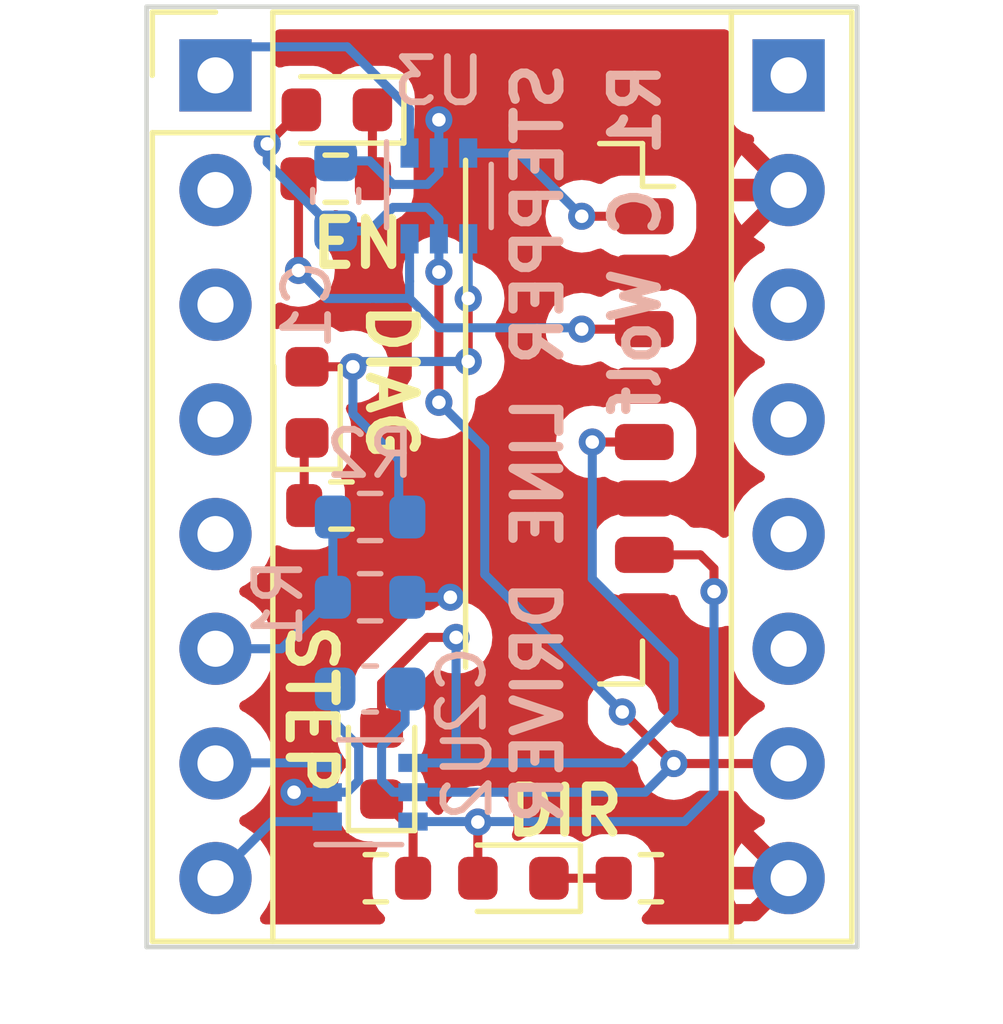
<source format=kicad_pcb>
(kicad_pcb (version 20221018) (generator pcbnew)
  (layers (0 "F.Cu" signal) (31 "B.Cu" signal) (34 "B.Paste" user) (35 "F.Paste" user) (36 "B.SilkS" user "B.Silkscreen") (37 "F.SilkS" user "F.Silkscreen") (38 "B.Mask" user) (39 "F.Mask" user) (44 "Edge.Cuts" user))
  (net 0 "")
  (net 1 "+5V")
  (net 2 "GND")
  (net 3 "Net-(D1-K)")
  (net 4 "Net-(D2-K)")
  (net 5 "Net-(D3-K)")
  (net 6 "Net-(D4-K)")
  (net 7 "Net-(D4-A)")
  (net 8 "/\\ENABLE")
  (net 13 "/DIAG")
  (net 14 "/STEP")
  (net 15 "/DIR")
  (net 21 "/B-STEP")
  (net 22 "/B-DIR")
  (net 23 "/B-ENABLE")
  (net 24 "/B-DIAG")
  (footprint "LED_SMD:LED_0603_1608Metric" (layer "F.Cu") (at 34.5695 -139.7 180)
    (fp_text reference "D1" hide)
    (fp_text value "LED")
    (fp_line (start -1.485 -0.735) (end -1.485 0.735) (stroke (width 0.12)) (layer "F.SilkS"))
    (fp_line (start -1.485 0.735) (end 0.8 0.735) (stroke (width 0.12)) (layer "F.SilkS"))
    (fp_line (start 0.8 -0.735) (end -1.485 -0.735) (stroke (width 0.12)) (layer "F.SilkS"))
    (pad "1" smd roundrect (at -0.7875 0 180) (size 0.875 0.95) (layers "F.Cu" "F.Paste" "F.Mask") (net 3 "Net-(D1-K)"))
    (pad "2" smd roundrect (at 0.7875 0 180) (size 0.875 0.95) (layers "F.Cu" "F.Paste" "F.Mask") (net 1 "+5V"))
  )
  (footprint "custom:BTT_TMC2209_Module" (layer "F.Cu") (at 31.88 -140.465)
    (fp_text reference "A1" hide)
    (fp_text value "TMC2209 Stepper Driver PCB")
    (fp_line (start -1.4 -1.4) (end -1.4 0) (stroke (width 0.12)) (layer "F.SilkS"))
    (fp_line (start -1.4 1.27) (end -1.4 19.18) (stroke (width 0.12)) (layer "F.SilkS"))
    (fp_line (start -1.4 19.18) (end 14.1 19.18) (stroke (width 0.12)) (layer "F.SilkS"))
    (fp_line (start 0 -1.4) (end -1.4 -1.4) (stroke (width 0.12)) (layer "F.SilkS"))
    (fp_line (start 1.27 -1.4) (end 1.27 1.27) (stroke (width 0.12)) (layer "F.SilkS"))
    (fp_line (start 1.27 1.27) (end -1.4 1.27) (stroke (width 0.12)) (layer "F.SilkS"))
    (fp_line (start 1.27 1.27) (end 1.27 19.18) (stroke (width 0.12)) (layer "F.SilkS"))
    (fp_line (start 11.43 -1.4) (end 11.43 19.18) (stroke (width 0.12)) (layer "F.SilkS"))
    (fp_line (start 14.1 -1.4) (end 1.27 -1.4) (stroke (width 0.12)) (layer "F.SilkS"))
    (fp_line (start 14.1 19.18) (end 14.1 -1.4) (stroke (width 0.12)) (layer "F.SilkS"))
    (pad "J1-1" thru_hole rect locked (at 0 0) (size 1.6 1.6) (drill 0.8) (layers "*.Cu" "*.Mask") (net 8 "/\\ENABLE"))
    (pad "J1-2" thru_hole oval locked (at 0 2.54) (size 1.6 1.6) (drill 0.8) (layers "*.Cu" "*.Mask"))
    (pad "J1-3" thru_hole oval locked (at 0 5.08) (size 1.6 1.6) (drill 0.8) (layers "*.Cu" "*.Mask"))
    (pad "J1-4" thru_hole oval locked (at 0 7.62) (size 1.6 1.6) (drill 0.8) (layers "*.Cu" "*.Mask"))
    (pad "J1-5" thru_hole oval locked (at 0 10.16) (size 1.6 1.6) (drill 0.8) (layers "*.Cu" "*.Mask"))
    (pad "J1-6" thru_hole oval locked (at 0 12.7) (size 1.6 1.6) (drill 0.8) (layers "*.Cu" "*.Mask") (net 13 "/DIAG"))
    (pad "J1-7" thru_hole oval locked (at 0 15.24) (size 1.6 1.6) (drill 0.8) (layers "*.Cu" "*.Mask") (net 14 "/STEP"))
    (pad "J1-8" thru_hole oval locked (at 0 17.78) (size 1.6 1.6) (drill 0.8) (layers "*.Cu" "*.Mask") (net 15 "/DIR"))
    (pad "J2-1" thru_hole rect locked (at 12.7 0) (size 1.6 1.6) (drill 0.8) (layers "*.Cu" "*.Mask"))
    (pad "J2-2" thru_hole oval locked (at 12.7 2.54) (size 1.6 1.6) (drill 0.8) (layers "*.Cu" "*.Mask") (net 2 "GND"))
    (pad "J2-3" thru_hole oval locked (at 12.7 5.08) (size 1.6 1.6) (drill 0.8) (layers "*.Cu" "*.Mask"))
    (pad "J2-4" thru_hole oval locked (at 12.7 7.62) (size 1.6 1.6) (drill 0.8) (layers "*.Cu" "*.Mask"))
    (pad "J2-5" thru_hole oval locked (at 12.7 10.16) (size 1.6 1.6) (drill 0.8) (layers "*.Cu" "*.Mask"))
    (pad "J2-6" thru_hole oval locked (at 12.7 12.7) (size 1.6 1.6) (drill 0.8) (layers "*.Cu" "*.Mask"))
    (pad "J2-7" thru_hole oval locked (at 12.7 15.24) (size 1.6 1.6) (drill 0.8) (layers "*.Cu" "*.Mask") (net 1 "+5V"))
    (pad "J2-8" thru_hole oval locked (at 12.7 17.78) (size 1.6 1.6) (drill 0.8) (layers "*.Cu" "*.Mask") (net 2 "GND"))
  )
  (footprint "Resistor_SMD:R_0603_1608Metric" (layer "F.Cu") (at 41.529 -122.682 180)
    (fp_text reference "R5" hide)
    (fp_text value "R")
    (fp_line (start -0.237258 -0.5225) (end 0.237258 -0.5225) (stroke (width 0.12)) (layer "F.SilkS"))
    (fp_line (start -0.237258 0.5225) (end 0.237258 0.5225) (stroke (width 0.12)) (layer "F.SilkS"))
    (pad "1" smd roundrect (at -0.825 0 180) (size 0.8 0.95) (layers "F.Cu" "F.Paste" "F.Mask") (net 2 "GND"))
    (pad "2" smd roundrect (at 0.825 0 180) (size 0.8 0.95) (layers "F.Cu" "F.Paste" "F.Mask") (net 5 "Net-(D3-K)"))
  )
  (footprint "LED_SMD:LED_0603_1608Metric" (layer "F.Cu") (at 35.56 -125.222 90)
    (fp_text reference "D2" hide)
    (fp_text value "LED")
    (fp_line (start -1.485 -0.735) (end -1.485 0.735) (stroke (width 0.12)) (layer "F.SilkS"))
    (fp_line (start -1.485 0.735) (end 0.8 0.735) (stroke (width 0.12)) (layer "F.SilkS"))
    (fp_line (start 0.8 -0.735) (end -1.485 -0.735) (stroke (width 0.12)) (layer "F.SilkS"))
    (pad "1" smd roundrect (at -0.7875 0 90) (size 0.875 0.95) (layers "F.Cu" "F.Paste" "F.Mask") (net 4 "Net-(D2-K)"))
    (pad "2" smd roundrect (at 0.7875 0 90) (size 0.875 0.95) (layers "F.Cu" "F.Paste" "F.Mask") (net 21 "/B-STEP"))
  )
  (footprint "Resistor_SMD:R_0603_1608Metric" (layer "F.Cu") (at 35.433 -122.682)
    (fp_text reference "R4" hide)
    (fp_text value "R")
    (fp_line (start -0.237258 -0.5225) (end 0.237258 -0.5225) (stroke (width 0.12)) (layer "F.SilkS"))
    (fp_line (start -0.237258 0.5225) (end 0.237258 0.5225) (stroke (width 0.12)) (layer "F.SilkS"))
    (pad "1" smd roundrect (at -0.825 0) (size 0.8 0.95) (layers "F.Cu" "F.Paste" "F.Mask") (net 2 "GND"))
    (pad "2" smd roundrect (at 0.825 0) (size 0.8 0.95) (layers "F.Cu" "F.Paste" "F.Mask") (net 4 "Net-(D2-K)"))
  )
  (footprint "Resistor_SMD:R_0603_1608Metric" (layer "F.Cu") (at 34.671 -130.937 180)
    (fp_text reference "R6" hide)
    (fp_text value "R")
    (fp_line (start -0.237258 -0.5225) (end 0.237258 -0.5225) (stroke (width 0.12)) (layer "F.SilkS"))
    (fp_line (start -0.237258 0.5225) (end 0.237258 0.5225) (stroke (width 0.12)) (layer "F.SilkS"))
    (pad "1" smd roundrect (at -0.825 0 180) (size 0.8 0.95) (layers "F.Cu" "F.Paste" "F.Mask") (net 2 "GND"))
    (pad "2" smd roundrect (at 0.825 0 180) (size 0.8 0.95) (layers "F.Cu" "F.Paste" "F.Mask") (net 6 "Net-(D4-K)"))
  )
  (footprint "Resistor_SMD:R_0603_1608Metric" (layer "F.Cu") (at 34.544 -138.176)
    (fp_text reference "R3" hide)
    (fp_text value "R")
    (fp_line (start -0.237258 -0.5225) (end 0.237258 -0.5225) (stroke (width 0.12)) (layer "F.SilkS"))
    (fp_line (start -0.237258 0.5225) (end 0.237258 0.5225) (stroke (width 0.12)) (layer "F.SilkS"))
    (pad "1" smd roundrect (at -0.825 0) (size 0.8 0.95) (layers "F.Cu" "F.Paste" "F.Mask") (net 23 "/B-ENABLE"))
    (pad "2" smd roundrect (at 0.825 0) (size 0.8 0.95) (layers "F.Cu" "F.Paste" "F.Mask") (net 3 "Net-(D1-K)"))
  )
  (footprint "Connector_Molex:Molex_PicoBlade_53398-0871_1x08-1MP_P1.25mm_Vertical" (layer "F.Cu") (at 40.132 -132.969 -90)
    (fp_text reference "J1" hide)
    (fp_text value "Conn_02x04_Odd_Even")
    (fp_line (start -5.985 -1.21) (end -5.035 -1.21) (stroke (width 0.12)) (layer "F.SilkS"))
    (fp_line (start -5.985 -0.26) (end -5.985 -1.21) (stroke (width 0.12)) (layer "F.SilkS"))
    (fp_line (start -5.615 2.71) (end 5.615 2.71) (stroke (width 0.12)) (layer "F.SilkS"))
    (fp_line (start -5.035 -1.21) (end -5.035 -1.9) (stroke (width 0.12)) (layer "F.SilkS"))
    (fp_line (start 5.985 -1.21) (end 5.035 -1.21) (stroke (width 0.12)) (layer "F.SilkS"))
    (fp_line (start 5.985 -0.26) (end 5.985 -1.21) (stroke (width 0.12)) (layer "F.SilkS"))
    (pad "1" smd roundrect locked (at -4.375 -1.25 270) (size 0.8 1.3) (layers "F.Cu" "F.Paste" "F.Mask") (net 24 "/B-DIAG"))
    (pad "2" smd roundrect locked (at -3.125 -1.25 270) (size 0.8 1.3) (layers "F.Cu" "F.Paste" "F.Mask") (net 2 "GND"))
    (pad "3" smd roundrect locked (at -1.875 -1.25 270) (size 0.8 1.3) (layers "F.Cu" "F.Paste" "F.Mask") (net 23 "/B-ENABLE"))
    (pad "4" smd roundrect locked (at -0.625 -1.25 270) (size 0.8 1.3) (layers "F.Cu" "F.Paste" "F.Mask") (net 2 "GND"))
    (pad "5" smd roundrect locked (at 0.625 -1.25 270) (size 0.8 1.3) (layers "F.Cu" "F.Paste" "F.Mask") (net 21 "/B-STEP"))
    (pad "6" smd roundrect locked (at 1.875 -1.25 270) (size 0.8 1.3) (layers "F.Cu" "F.Paste" "F.Mask") (net 2 "GND"))
    (pad "7" smd roundrect locked (at 3.125 -1.25 270) (size 0.8 1.3) (layers "F.Cu" "F.Paste" "F.Mask") (net 22 "/B-DIR"))
    (pad "8" smd roundrect locked (at 4.375 -1.25 270) (size 0.8 1.3) (layers "F.Cu" "F.Paste" "F.Mask") (net 2 "GND"))
    (pad "MP" smd roundrect locked (at -6.925 1.5 270) (size 2.1 3) (layers "F.Cu" "F.Paste" "F.Mask") (roundrect_rratio 0.1190480952) (net 2 "GND"))
    (pad "MP" smd roundrect locked (at 6.925 1.5 270) (size 2.1 3) (layers "F.Cu" "F.Paste" "F.Mask") (roundrect_rratio 0.1190480952) (net 2 "GND"))
  )
  (footprint "LED_SMD:LED_0603_1608Metric" (layer "F.Cu") (at 38.481 -122.682 180)
    (fp_text reference "D3" hide)
    (fp_text value "LED")
    (fp_line (start -1.485 -0.735) (end -1.485 0.735) (stroke (width 0.12)) (layer "F.SilkS"))
    (fp_line (start -1.485 0.735) (end 0.8 0.735) (stroke (width 0.12)) (layer "F.SilkS"))
    (fp_line (start 0.8 -0.735) (end -1.485 -0.735) (stroke (width 0.12)) (layer "F.SilkS"))
    (pad "1" smd roundrect (at -0.7875 0 180) (size 0.875 0.95) (layers "F.Cu" "F.Paste" "F.Mask") (net 5 "Net-(D3-K)"))
    (pad "2" smd roundrect (at 0.7875 0 180) (size 0.875 0.95) (layers "F.Cu" "F.Paste" "F.Mask") (net 22 "/B-DIR"))
  )
  (footprint "LED_SMD:LED_0603_1608Metric" (layer "F.Cu") (at 33.909 -133.223 90)
    (fp_text reference "D4" hide)
    (fp_text value "LED")
    (fp_line (start -1.485 -0.735) (end -1.485 0.735) (stroke (width 0.12)) (layer "F.SilkS"))
    (fp_line (start -1.485 0.735) (end 0.8 0.735) (stroke (width 0.12)) (layer "F.SilkS"))
    (fp_line (start 0.8 -0.735) (end -1.485 -0.735) (stroke (width 0.12)) (layer "F.SilkS"))
    (pad "1" smd roundrect (at -0.7875 0 90) (size 0.875 0.95) (layers "F.Cu" "F.Paste" "F.Mask") (net 6 "Net-(D4-K)"))
    (pad "2" smd roundrect (at 0.7875 0 90) (size 0.875 0.95) (layers "F.Cu" "F.Paste" "F.Mask") (net 7 "Net-(D4-A)"))
  )
  (footprint "Capacitor_SMD:C_0603_1608Metric" (layer "B.Cu") (at 34.544 -137.795 90)
    (fp_text reference "C1" (at -2.413 -0.635 90) (layer "B.SilkS") (effects (justify mirror)))
    (fp_text value "C")
    (fp_line (start -0.14058 -0.51) (end 0.14058 -0.51) (stroke (width 0.12)) (layer "B.SilkS"))
    (fp_line (start -0.14058 0.51) (end 0.14058 0.51) (stroke (width 0.12)) (layer "B.SilkS"))
    (pad "1" smd roundrect (at -0.775 0 90) (size 0.9 0.95) (layers "B.Cu" "B.Paste" "B.Mask") (net 1 "+5V"))
    (pad "2" smd roundrect (at 0.775 0 90) (size 0.9 0.95) (layers "B.Cu" "B.Paste" "B.Mask") (net 2 "GND"))
  )
  (footprint "Package_TO_SOT_SMD:SOT-363_SC-70-6" (layer "B.Cu") (at 35.306 -124.587)
    (fp_text reference "U2" (at 2.159 -0.381 90) (layer "B.SilkS") (effects (justify mirror)))
    (fp_text value "74LVC2G17")
    (fp_line (start -0.7 -1.16) (end 0.7 -1.16) (stroke (width 0.12)) (layer "B.SilkS"))
    (fp_line (start 0.7 1.16) (end -1.2 1.16) (stroke (width 0.12)) (layer "B.SilkS"))
    (pad "1" smd rect (at -0.95 0.65) (size 0.65 0.4) (layers "B.Cu" "B.Paste" "B.Mask") (net 15 "/DIR"))
    (pad "2" smd rect (at -0.95 0) (size 0.65 0.4) (layers "B.Cu" "B.Paste" "B.Mask") (net 2 "GND"))
    (pad "3" smd rect (at -0.95 -0.65) (size 0.65 0.4) (layers "B.Cu" "B.Paste" "B.Mask") (net 14 "/STEP"))
    (pad "4" smd rect (at 0.95 -0.65) (size 0.65 0.4) (layers "B.Cu" "B.Paste" "B.Mask") (net 21 "/B-STEP"))
    (pad "5" smd rect (at 0.95 0) (size 0.65 0.4) (layers "B.Cu" "B.Paste" "B.Mask") (net 1 "+5V"))
    (pad "6" smd rect (at 0.95 0.65) (size 0.65 0.4) (layers "B.Cu" "B.Paste" "B.Mask") (net 22 "/B-DIR"))
  )
  (footprint "Resistor_SMD:R_0603_1608Metric" (layer "B.Cu") (at 35.306 -128.905 180)
    (fp_text reference "R2" (at 0 3.175) (layer "B.SilkS") (effects (justify mirror)))
    (fp_text value "R")
    (fp_line (start -0.237258 -0.5225) (end 0.237258 -0.5225) (stroke (width 0.12)) (layer "B.SilkS"))
    (fp_line (start -0.237258 0.5225) (end 0.237258 0.5225) (stroke (width 0.12)) (layer "B.SilkS"))
    (pad "1" smd roundrect (at -0.825 0 180) (size 0.8 0.95) (layers "B.Cu" "B.Paste" "B.Mask") (net 2 "GND"))
    (pad "2" smd roundrect (at 0.825 0 180) (size 0.8 0.95) (layers "B.Cu" "B.Paste" "B.Mask") (net 13 "/DIAG"))
  )
  (footprint "Resistor_SMD:R_0603_1608Metric" (layer "B.Cu") (at 35.306 -130.683)
    (fp_text reference "R1" (at -2.032 1.905 90) (layer "B.SilkS") (effects (justify mirror)))
    (fp_text value "R")
    (fp_line (start -0.237258 -0.5225) (end 0.237258 -0.5225) (stroke (width 0.12)) (layer "B.SilkS"))
    (fp_line (start -0.237258 0.5225) (end 0.237258 0.5225) (stroke (width 0.12)) (layer "B.SilkS"))
    (pad "1" smd roundrect (at -0.825 0) (size 0.8 0.95) (layers "B.Cu" "B.Paste" "B.Mask") (net 13 "/DIAG"))
    (pad "2" smd roundrect (at 0.825 0) (size 0.8 0.95) (layers "B.Cu" "B.Paste" "B.Mask") (net 7 "Net-(D4-A)"))
  )
  (footprint "Package_TO_SOT_SMD:SOT-363_SC-70-6" (layer "B.Cu") (at 36.83 -137.795 -90)
    (fp_text reference "U3" (at -2.54 0) (layer "B.SilkS") (effects (justify mirror)))
    (fp_text value "74LVC2G17")
    (fp_line (start -0.7 -1.16) (end 0.7 -1.16) (stroke (width 0.12)) (layer "B.SilkS"))
    (fp_line (start 0.7 1.16) (end -1.2 1.16) (stroke (width 0.12)) (layer "B.SilkS"))
    (pad "1" smd rect (at -0.95 0.65 270) (size 0.65 0.4) (layers "B.Cu" "B.Paste" "B.Mask") (net 8 "/\\ENABLE"))
    (pad "2" smd rect (at -0.95 0 270) (size 0.65 0.4) (layers "B.Cu" "B.Paste" "B.Mask") (net 2 "GND"))
    (pad "3" smd rect (at -0.95 -0.65 270) (size 0.65 0.4) (layers "B.Cu" "B.Paste" "B.Mask") (net 24 "/B-DIAG"))
    (pad "4" smd rect (at 0.95 -0.65 270) (size 0.65 0.4) (layers "B.Cu" "B.Paste" "B.Mask") (net 7 "Net-(D4-A)"))
    (pad "5" smd rect (at 0.95 0 270) (size 0.65 0.4) (layers "B.Cu" "B.Paste" "B.Mask") (net 1 "+5V"))
    (pad "6" smd rect (at 0.95 0.65 270) (size 0.65 0.4) (layers "B.Cu" "B.Paste" "B.Mask") (net 23 "/B-ENABLE"))
  )
  (footprint "Capacitor_SMD:C_0603_1608Metric" (layer "B.Cu") (at 35.306 -126.873 180)
    (fp_text reference "C2" (at -2.032 -0.036 90) (layer "B.SilkS") (effects (justify mirror)))
    (fp_text value "C")
    (fp_line (start -0.14058 -0.51) (end 0.14058 -0.51) (stroke (width 0.12)) (layer "B.SilkS"))
    (fp_line (start -0.14058 0.51) (end 0.14058 0.51) (stroke (width 0.12)) (layer "B.SilkS"))
    (pad "1" smd roundrect (at -0.775 0 180) (size 0.9 0.95) (layers "B.Cu" "B.Paste" "B.Mask") (net 1 "+5V"))
    (pad "2" smd roundrect (at 0.775 0 180) (size 0.9 0.95) (layers "B.Cu" "B.Paste" "B.Mask") (net 2 "GND"))
  )
  (gr_line (start 30.353 -121.158) (end 30.353 -141.986) (stroke (width 0.1)) (layer "Edge.Cuts"))
  (gr_line (start 46.101 -141.986) (end 46.101 -121.158) (stroke (width 0.1)) (layer "Edge.Cuts"))
  (gr_line (start 46.101 -121.158) (end 30.353 -121.158) (stroke (width 0.1)) (layer "Edge.Cuts"))
  (gr_line (start 30.353 -141.986) (end 46.101 -141.986) (stroke (width 0.1)) (layer "Edge.Cuts"))
  (gr_text "STEPPER LINE DRIVER\n" (at 39.624 -140.843 90) (layer "B.SilkS") (effects (font (size 1.016 1.016) (thickness 0.2032) bold) (justify left bottom mirror)))
  (gr_text "R1 C Wolf" (at 41.783 -140.843 90) (layer "B.SilkS") (effects (font (size 1.016 1.016) (thickness 0.2032) bold) (justify left bottom mirror)))
  (gr_text "DIAG" (at 35.179 -135.509 -90) (layer "F.SilkS") (effects (font (size 1.016 1.016) (thickness 0.2032) bold) (justify left bottom)))
  (gr_text "EN" (at 33.909 -136.144) (layer "F.SilkS") (effects (font (size 1.016 1.016) (thickness 0.2032) bold) (justify left bottom)))
  (gr_text "DIR" (at 38.227 -123.571) (layer "F.SilkS") (effects (font (size 1.016 1.016) (thickness 0.2032) bold) (justify left bottom)))
  (gr_text "STEP" (at 33.401 -128.397 270) (layer "F.SilkS") (effects (font (size 1.016 1.016) (thickness 0.2032) bold) (justify left bottom)))
  (segment (start 44.58 -125.225) (end 44.577 -125.222) (width 0.2) (layer "F.Cu") (net 1))
  (segment (start 33.026506 -138.947735) (end 33.029735 -138.947735) (width 0.2) (layer "F.Cu") (net 1))
  (segment (start 33.029735 -138.947735) (end 33.782 -139.7) (width 0.2) (layer "F.Cu") (net 1))
  (segment (start 36.83 -133.223) (end 36.83 -136.1085) (width 0.2) (layer "F.Cu") (net 1))
  (segment (start 44.577 -125.222) (end 42.037 -125.222) (width 0.2) (layer "F.Cu") (net 1))
  (segment (start 42.037 -125.222) (end 40.894 -126.365) (width 0.2) (layer "F.Cu") (net 1))
  (via (at 40.894 -126.365) (size 0.6) (drill 0.3) (layers "F.Cu" "B.Cu") (net 1))
  (via (at 36.83 -136.1085) (size 0.6) (drill 0.3) (layers "F.Cu" "B.Cu") (net 1))
  (via (at 42.037 -125.222) (size 0.6) (drill 0.3) (layers "F.Cu" "B.Cu") (net 1))
  (via (at 33.026506 -138.947735) (size 0.6) (drill 0.3) (layers "F.Cu" "B.Cu") (net 1))
  (via (at 36.83 -133.223) (size 0.6) (drill 0.3) (layers "F.Cu" "B.Cu") (net 1))
  (segment (start 35.56 -124.841) (end 35.814 -124.587) (width 0.2) (layer "B.Cu") (net 1))
  (segment (start 35.56 -125.603) (end 35.56 -124.841) (width 0.2) (layer "B.Cu") (net 1))
  (segment (start 41.402 -124.587) (end 39.497 -124.587) (width 0.2) (layer "B.Cu") (net 1))
  (segment (start 34.544 -137.02) (end 35.293 -137.02) (width 0.2) (layer "B.Cu") (net 1))
  (segment (start 35.814 -137.541) (end 36.576 -137.541) (width 0.2) (layer "B.Cu") (net 1))
  (segment (start 36.081 -126.873) (end 36.081 -126.124) (width 0.2) (layer "B.Cu") (net 1))
  (segment (start 37.846 -132.207) (end 37.846 -129.413) (width 0.2) (layer "B.Cu") (net 1))
  (segment (start 35.293 -137.02) (end 35.814 -137.541) (width 0.2) (layer "B.Cu") (net 1))
  (segment (start 36.081 -126.124) (end 35.56 -125.603) (width 0.2) (layer "B.Cu") (net 1))
  (segment (start 36.83 -136.845) (end 36.83 -136.1085) (width 0.2) (layer "B.Cu") (net 1))
  (segment (start 36.83 -133.223) (end 37.846 -132.207) (width 0.2) (layer "B.Cu") (net 1))
  (segment (start 36.83 -137.287) (end 36.83 -136.845) (width 0.2) (layer "B.Cu") (net 1))
  (segment (start 36.576 -137.541) (end 36.83 -137.287) (width 0.2) (layer "B.Cu") (net 1))
  (segment (start 42.037 -125.222) (end 41.402 -124.587) (width 0.2) (layer "B.Cu") (net 1))
  (segment (start 33.026506 -138.947735) (end 33.026506 -138.537494) (width 0.2) (layer "B.Cu") (net 1))
  (segment (start 33.026506 -138.537494) (end 34.544 -137.02) (width 0.2) (layer "B.Cu") (net 1))
  (segment (start 36.256 -124.587) (end 39.497 -124.587) (width 0.2) (layer "B.Cu") (net 1))
  (segment (start 35.814 -124.587) (end 36.256 -124.587) (width 0.2) (layer "B.Cu") (net 1))
  (segment (start 37.846 -129.413) (end 40.894 -126.365) (width 0.2) (layer "B.Cu") (net 1))
  (segment (start 44.58 -137.925) (end 43.5005 -139.0045) (width 0.381) (layer "F.Cu") (net 2))
  (segment (start 44.58 -122.685) (end 43.5005 -123.7645) (width 0.381) (layer "F.Cu") (net 2))
  (segment (start 43.815 -121.92) (end 43.053 -121.92) (width 0.381) (layer "F.Cu") (net 2))
  (segment (start 44.58 -137.925) (end 43.5005 -136.8455) (width 0.381) (layer "F.Cu") (net 2))
  (segment (start 44.58 -122.685) (end 43.815 -121.92) (width 0.381) (layer "F.Cu") (net 2))
  (via (at 33.6195 -124.587) (size 0.6) (drill 0.3) (layers "F.Cu" "B.Cu") (net 2))
  (via (at 36.83 -139.4815) (size 0.6) (drill 0.3) (layers "F.Cu" "B.Cu") (net 2))
  (via (at 37.084 -128.905) (size 0.6) (drill 0.3) (layers "F.Cu" "B.Cu") (net 2))
  (segment (start 35.814 -138.049) (end 36.576 -138.049) (width 0.2) (layer "B.Cu") (net 2))
  (segment (start 34.544 -138.57) (end 35.293 -138.57) (width 0.2) (layer "B.Cu") (net 2))
  (segment (start 34.356 -124.587) (end 33.6195 -124.587) (width 0.2) (layer "B.Cu") (net 2))
  (segment (start 35.293 -138.57) (end 35.814 -138.049) (width 0.2) (layer "B.Cu") (net 2))
  (segment (start 36.83 -138.303) (end 36.83 -138.745) (width 0.2) (layer "B.Cu") (net 2))
  (segment (start 35.052 -124.841) (end 34.798 -124.587) (width 0.2) (layer "B.Cu") (net 2))
  (segment (start 36.576 -138.049) (end 36.83 -138.303) (width 0.2) (layer "B.Cu") (net 2))
  (segment (start 35.052 -125.603) (end 35.052 -124.841) (width 0.2) (layer "B.Cu") (net 2))
  (segment (start 34.798 -124.587) (end 34.356 -124.587) (width 0.2) (layer "B.Cu") (net 2))
  (segment (start 34.531 -126.124) (end 35.052 -125.603) (width 0.2) (layer "B.Cu") (net 2))
  (segment (start 34.531 -126.873) (end 34.531 -126.124) (width 0.2) (layer "B.Cu") (net 2))
  (segment (start 37.084 -128.905) (end 36.131 -128.905) (width 0.2) (layer "B.Cu") (net 2))
  (segment (start 36.83 -138.745) (end 36.83 -139.4815) (width 0.2) (layer "B.Cu") (net 2))
  (segment (start 35.357 -139.7) (end 35.357 -138.188) (width 0.2) (layer "F.Cu") (net 3))
  (segment (start 35.357 -138.188) (end 35.369 -138.176) (width 0.2) (layer "F.Cu") (net 3))
  (segment (start 36.258 -123.7365) (end 36.258 -122.682) (width 0.2) (layer "F.Cu") (net 4))
  (segment (start 35.56 -124.4345) (end 36.258 -123.7365) (width 0.2) (layer "F.Cu") (net 4))
  (segment (start 39.2685 -122.682) (end 40.704 -122.682) (width 0.2) (layer "F.Cu") (net 5))
  (segment (start 33.846 -130.937) (end 33.846 -132.3725) (width 0.2) (layer "F.Cu") (net 6))
  (segment (start 33.846 -132.3725) (end 33.909 -132.4355) (width 0.2) (layer "F.Cu") (net 6))
  (segment (start 37.48 -135.524) (end 37.48 -134.127) (width 0.2) (layer "F.Cu") (net 7))
  (segment (start 33.909 -134.0105) (end 33.9345 -134.0105) (width 0.2) (layer "F.Cu") (net 7))
  (segment (start 34.925 -134.0105) (end 33.909 -134.0105) (width 0.2) (layer "F.Cu") (net 7))
  (via (at 37.48 -134.127) (size 0.6) (drill 0.3) (layers "F.Cu" "B.Cu") (net 7))
  (via (at 37.48 -135.524) (size 0.6) (drill 0.3) (layers "F.Cu" "B.Cu") (net 7))
  (via (at 34.925 -134.0105) (size 0.6) (drill 0.3) (layers "F.Cu" "B.Cu") (net 7))
  (segment (start 34.925 -134.0105) (end 34.925 -132.969) (width 0.2) (layer "B.Cu") (net 7))
  (segment (start 37.48 -134.127) (end 35.0415 -134.127) (width 0.2) (layer "B.Cu") (net 7))
  (segment (start 37.48 -136.845) (end 37.48 -135.524) (width 0.2) (layer "B.Cu") (net 7))
  (segment (start 35.0415 -134.127) (end 34.925 -134.0105) (width 0.2) (layer "B.Cu") (net 7))
  (segment (start 35.941 -130.873) (end 36.131 -130.683) (width 0.2) (layer "B.Cu") (net 7))
  (segment (start 34.925 -132.969) (end 35.941 -131.953) (width 0.2) (layer "B.Cu") (net 7))
  (segment (start 35.941 -131.953) (end 35.941 -130.873) (width 0.2) (layer "B.Cu") (net 7))
  (segment (start 37.48 -134.127) (end 35.941 -134.127) (width 0.2) (layer "B.Cu") (net 7))
  (segment (start 36.18 -138.745) (end 36.18 -139.715) (width 0.2) (layer "B.Cu") (net 8))
  (segment (start 36.18 -139.715) (end 34.798 -141.097) (width 0.2) (layer "B.Cu") (net 8))
  (segment (start 34.798 -141.097) (end 32.512 -141.097) (width 0.2) (layer "B.Cu") (net 8))
  (segment (start 32.512 -141.097) (end 31.88 -140.465) (width 0.2) (layer "B.Cu") (net 8))
  (segment (start 33.341 -127.765) (end 31.88 -127.765) (width 0.2) (layer "B.Cu") (net 13))
  (segment (start 34.481 -128.905) (end 33.341 -127.765) (width 0.2) (layer "B.Cu") (net 13))
  (segment (start 34.481 -130.683) (end 34.481 -128.905) (width 0.2) (layer "B.Cu") (net 13))
  (segment (start 31.892 -125.237) (end 31.88 -125.225) (width 0.2) (layer "B.Cu") (net 14))
  (segment (start 34.356 -125.237) (end 31.892 -125.237) (width 0.2) (layer "B.Cu") (net 14))
  (segment (start 33.132 -123.937) (end 31.88 -122.685) (width 0.2) (layer "B.Cu") (net 15))
  (segment (start 34.356 -123.937) (end 33.132 -123.937) (width 0.2) (layer "B.Cu") (net 15))
  (segment (start 40.229 -132.344) (end 41.382 -132.344) (width 0.2) (layer "F.Cu") (net 21))
  (segment (start 35.56 -127) (end 35.56 -126.0095) (width 0.2) (layer "F.Cu") (net 21))
  (segment (start 36.195 -127.635) (end 35.941 -127.381) (width 0.2) (layer "F.Cu") (net 21))
  (segment (start 36.195 -127.635) (end 35.56 -127) (width 0.2) (layer "F.Cu") (net 21))
  (segment (start 37.211 -128.016) (end 36.576 -128.016) (width 0.2) (layer "F.Cu") (net 21))
  (segment (start 36.576 -128.016) (end 36.195 -127.635) (width 0.2) (layer "F.Cu") (net 21))
  (via (at 37.211 -128.016) (size 0.6) (drill 0.3) (layers "F.Cu" "B.Cu") (net 21))
  (via (at 40.229 -132.344) (size 0.6) (drill 0.3) (layers "F.Cu" "B.Cu") (net 21))
  (segment (start 37.211 -125.237) (end 37.211 -128.016) (width 0.2) (layer "B.Cu") (net 21))
  (segment (start 37.211 -125.237) (end 40.909 -125.237) (width 0.2) (layer "B.Cu") (net 21))
  (segment (start 36.256 -125.237) (end 37.211 -125.237) (width 0.2) (layer "B.Cu") (net 21))
  (segment (start 42.037 -127.508) (end 42.037 -126.746) (width 0.2) (layer "B.Cu") (net 21))
  (segment (start 40.229 -129.316) (end 42.037 -127.508) (width 0.2) (layer "B.Cu") (net 21))
  (segment (start 40.229 -132.344) (end 40.229 -129.316) (width 0.2) (layer "B.Cu") (net 21))
  (segment (start 40.909 -125.237) (end 42.037 -126.365) (width 0.2) (layer "B.Cu") (net 21))
  (segment (start 42.037 -126.365) (end 42.037 -126.746) (width 0.2) (layer "B.Cu") (net 21))
  (segment (start 37.6935 -122.682) (end 37.6935 -123.9265) (width 0.2) (layer "F.Cu") (net 22))
  (segment (start 42.926 -129.54) (end 42.622 -129.844) (width 0.2) (layer "F.Cu") (net 22))
  (segment (start 42.926 -129.032) (end 42.926 -129.54) (width 0.2) (layer "F.Cu") (net 22))
  (segment (start 42.622 -129.844) (end 41.382 -129.844) (width 0.2) (layer "F.Cu") (net 22))
  (via (at 37.6935 -123.9265) (size 0.6) (drill 0.3) (layers "F.Cu" "B.Cu") (net 22))
  (via (at 42.926 -129.032) (size 0.6) (drill 0.3) (layers "F.Cu" "B.Cu") (net 22))
  (segment (start 42.276 -123.937) (end 42.926 -124.587) (width 0.2) (layer "B.Cu") (net 22))
  (segment (start 36.256 -123.937) (end 42.276 -123.937) (width 0.2) (layer "B.Cu") (net 22))
  (segment (start 42.926 -124.587) (end 42.926 -129.032) (width 0.2) (layer "B.Cu") (net 22))
  (segment (start 41.382 -134.844) (end 39.995 -134.844) (width 0.2) (layer "F.Cu") (net 23))
  (segment (start 33.719 -138.176) (end 33.719 -136.144) (width 0.2) (layer "F.Cu") (net 23))
  (via (at 39.995 -134.844) (size 0.6) (drill 0.3) (layers "F.Cu" "B.Cu") (net 23))
  (via (at 33.719 -136.144) (size 0.6) (drill 0.3) (layers "F.Cu" "B.Cu") (net 23))
  (segment (start 35.799 -135.524) (end 35.433 -135.524) (width 0.2) (layer "B.Cu") (net 23))
  (segment (start 36.18 -136.845) (end 36.18 -135.905) (width 0.2) (layer "B.Cu") (net 23))
  (segment (start 33.719 -136.144) (end 34.339 -135.524) (width 0.2) (layer "B.Cu") (net 23))
  (segment (start 35.306 -135.524) (end 35.433 -135.524) (width 0.2) (layer "B.Cu") (net 23))
  (segment (start 36.18 -135.905) (end 36.18 -135.524) (width 0.2) (layer "B.Cu") (net 23))
  (segment (start 36.83 -134.874) (end 39.965 -134.874) (width 0.2) (layer "B.Cu") (net 23))
  (segment (start 35.433 -135.524) (end 36.18 -135.524) (width 0.2) (layer "B.Cu") (net 23))
  (segment (start 34.402 -135.524) (end 35.306 -135.524) (width 0.2) (layer "B.Cu") (net 23))
  (segment (start 34.339 -135.524) (end 35.306 -135.524) (width 0.2) (layer "B.Cu") (net 23))
  (segment (start 36.18 -135.524) (end 36.83 -134.874) (width 0.2) (layer "B.Cu") (net 23))
  (segment (start 39.965 -134.874) (end 39.995 -134.844) (width 0.2) (layer "B.Cu") (net 23))
  (segment (start 41.382 -137.344) (end 39.995 -137.344) (width 0.2) (layer "F.Cu") (net 24))
  (via (at 39.995 -137.344) (size 0.6) (drill 0.3) (layers "F.Cu" "B.Cu") (net 24))
  (segment (start 38.594 -138.745) (end 39.995 -137.344) (width 0.2) (layer "B.Cu") (net 24))
  (segment (start 37.48 -138.745) (end 38.594 -138.745) (width 0.2) (layer "B.Cu") (net 24))
  (zone (net 2) (net_name "GND") (layer "F.Cu") (priority 1) (connect_pads thru_hole_only (clearance 0.5)) (min_thickness 0.25) (fill yes (thermal_gap 0.5) (thermal_bridge_width 0.5))
    (polygon (pts (xy 30.48 -121.285) (xy 45.974 -121.285) (xy 45.974 -141.859) (xy 30.48 -141.859)))
  )
)
</source>
